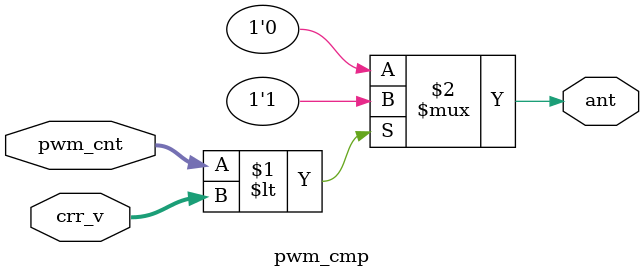
<source format=sv>
module fpgaradio(
    input clk_50m,
    input [7:0] adc_in,
    output ant
);
    wire clk_200m;
    wire [23:0] am_product;
    reg [7:0] pwm_cnt, crr_v;
    reg [11:0] phase;
    
    // assign am_product = (8'd128 +  adc_in) * crr_v;
    
    localparam [7:0] BIAS = 8'd127;
    wire [15:0] mul_audio = adc_in * crr_v;
    wire [15:0] mul_bias  = BIAS   * crr_v;
    wire [16:0] sum17     = {1'b0, mul_audio} + {1'b0, mul_bias};

    // 线性缩放到 8bit（先 >>8，若过小可用 >>7；若过大加饱和）
    wire [8:0] duty9 = sum17[16:8];
    wire [7:0] duty  = (duty9 > 9'd255) ? 8'd255 : duty9[7:0];

    pll u_pll(
        .inclk0(clk_50m),
        .c0(clk_200m)
    );
    
    pwm_counter u_pwm_counter(
        .clk(clk_200m),
        .cnt(pwm_cnt)
    );
    
    localparam int STEP_VAL = (700_000.0 / 200_000_000.0) * (2**12);
    
    phase_updater #(
        .STEP(STEP_VAL)
    ) u_phase_updater (
        .clk(clk_200m),
        .phase(phase)
    );
    
    cordic u_cordic(
        .clk(clk_200m),
        .a(phase),
        .c(crr_v)
    );
    
    pwm_cmp u_pwm_cmp(
        .pwm_cnt(pwm_cnt),
        .crr_v(duty),
        .ant(ant)
    );

endmodule

module pwm_counter(
    input clk,
    output reg [7:0] cnt
);
    always @(posedge clk) begin
        cnt <= cnt + 1;
    end
endmodule

module phase_updater #(
    parameter STEP = 12'd100
)(
    input clk,
    output reg [11:0] phase
);
    always @(posedge clk) begin
        phase <= phase + STEP;
    end
endmodule

module pwm_cmp(
    input [7:0] pwm_cnt,
    input [7:0] crr_v,
    output ant
);
    assign ant = (pwm_cnt < crr_v) ? 1'b1 : 1'b0;

endmodule
</source>
